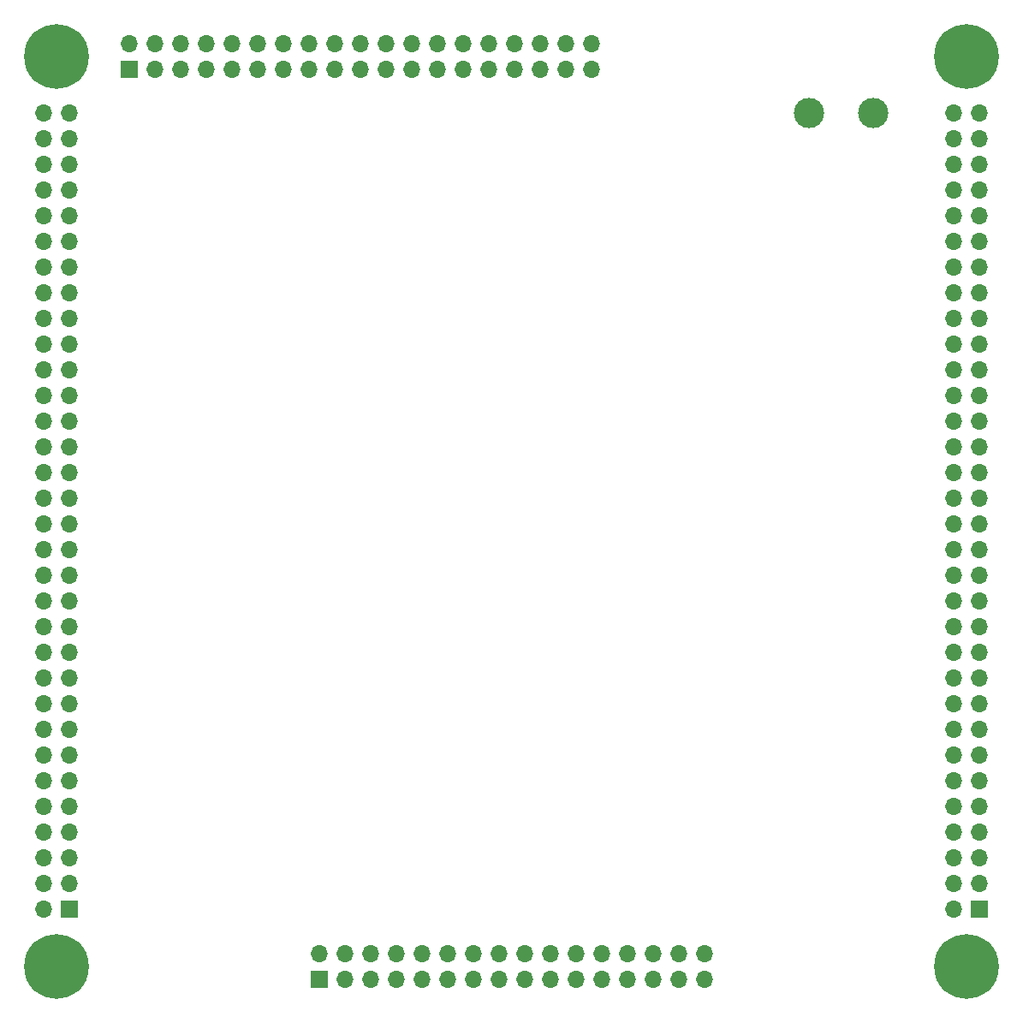
<source format=gbs>
%TF.GenerationSoftware,KiCad,Pcbnew,(6.99.0-961-gbc7742cb2e-dirty)*%
%TF.CreationDate,2022-02-17T15:33:52+00:00*%
%TF.ProjectId,68030_Breakout,36383033-305f-4427-9265-616b6f75742e,rev?*%
%TF.SameCoordinates,Original*%
%TF.FileFunction,Soldermask,Bot*%
%TF.FilePolarity,Negative*%
%FSLAX46Y46*%
G04 Gerber Fmt 4.6, Leading zero omitted, Abs format (unit mm)*
G04 Created by KiCad (PCBNEW (6.99.0-961-gbc7742cb2e-dirty)) date 2022-02-17 15:33:52*
%MOMM*%
%LPD*%
G01*
G04 APERTURE LIST*
%ADD10C,0.800000*%
%ADD11C,6.400000*%
%ADD12R,1.700000X1.700000*%
%ADD13O,1.700000X1.700000*%
%ADD14C,3.000000*%
G04 APERTURE END LIST*
D10*
%TO.C,H4*%
X192600000Y-145000000D03*
X193302944Y-143302944D03*
X193302944Y-146697056D03*
X195000000Y-142600000D03*
D11*
X195000000Y-145000000D03*
D10*
X195000000Y-147400000D03*
X196697056Y-143302944D03*
X196697056Y-146697056D03*
X197400000Y-145000000D03*
%TD*%
%TO.C,H2*%
X192600000Y-55000000D03*
X193302944Y-53302944D03*
X193302944Y-56697056D03*
X195000000Y-52600000D03*
D11*
X195000000Y-55000000D03*
D10*
X195000000Y-57400000D03*
X196697056Y-53302944D03*
X196697056Y-56697056D03*
X197400000Y-55000000D03*
%TD*%
D12*
%TO.C,J2*%
X196274999Y-139374999D03*
D13*
X193734999Y-139374999D03*
X196274999Y-136834999D03*
X193734999Y-136834999D03*
X196274999Y-134294999D03*
X193734999Y-134294999D03*
X196274999Y-131754999D03*
X193734999Y-131754999D03*
X196274999Y-129214999D03*
X193734999Y-129214999D03*
X196274999Y-126674999D03*
X193734999Y-126674999D03*
X196274999Y-124134999D03*
X193734999Y-124134999D03*
X196274999Y-121594999D03*
X193734999Y-121594999D03*
X196274999Y-119054999D03*
X193734999Y-119054999D03*
X196274999Y-116514999D03*
X193734999Y-116514999D03*
X196274999Y-113974999D03*
X193734999Y-113974999D03*
X196274999Y-111434999D03*
X193734999Y-111434999D03*
X196274999Y-108894999D03*
X193734999Y-108894999D03*
X196274999Y-106354999D03*
X193734999Y-106354999D03*
X196274999Y-103814999D03*
X193734999Y-103814999D03*
X196274999Y-101274999D03*
X193734999Y-101274999D03*
X196274999Y-98734999D03*
X193734999Y-98734999D03*
X196274999Y-96194999D03*
X193734999Y-96194999D03*
X196274999Y-93654999D03*
X193734999Y-93654999D03*
X196274999Y-91114999D03*
X193734999Y-91114999D03*
X196274999Y-88574999D03*
X193734999Y-88574999D03*
X196274999Y-86034999D03*
X193734999Y-86034999D03*
X196274999Y-83494999D03*
X193734999Y-83494999D03*
X196274999Y-80954999D03*
X193734999Y-80954999D03*
X196274999Y-78414999D03*
X193734999Y-78414999D03*
X196274999Y-75874999D03*
X193734999Y-75874999D03*
X196274999Y-73334999D03*
X193734999Y-73334999D03*
X196274999Y-70794999D03*
X193734999Y-70794999D03*
X196274999Y-68254999D03*
X193734999Y-68254999D03*
X196274999Y-65714999D03*
X193734999Y-65714999D03*
X196274999Y-63174999D03*
X193734999Y-63174999D03*
X196274999Y-60634999D03*
X193734999Y-60634999D03*
%TD*%
D14*
%TO.C,J1*%
X179420000Y-60605000D03*
X185770000Y-60605000D03*
%TD*%
D12*
%TO.C,J3*%
X106274999Y-139374999D03*
D13*
X103734999Y-139374999D03*
X106274999Y-136834999D03*
X103734999Y-136834999D03*
X106274999Y-134294999D03*
X103734999Y-134294999D03*
X106274999Y-131754999D03*
X103734999Y-131754999D03*
X106274999Y-129214999D03*
X103734999Y-129214999D03*
X106274999Y-126674999D03*
X103734999Y-126674999D03*
X106274999Y-124134999D03*
X103734999Y-124134999D03*
X106274999Y-121594999D03*
X103734999Y-121594999D03*
X106274999Y-119054999D03*
X103734999Y-119054999D03*
X106274999Y-116514999D03*
X103734999Y-116514999D03*
X106274999Y-113974999D03*
X103734999Y-113974999D03*
X106274999Y-111434999D03*
X103734999Y-111434999D03*
X106274999Y-108894999D03*
X103734999Y-108894999D03*
X106274999Y-106354999D03*
X103734999Y-106354999D03*
X106274999Y-103814999D03*
X103734999Y-103814999D03*
X106274999Y-101274999D03*
X103734999Y-101274999D03*
X106274999Y-98734999D03*
X103734999Y-98734999D03*
X106274999Y-96194999D03*
X103734999Y-96194999D03*
X106274999Y-93654999D03*
X103734999Y-93654999D03*
X106274999Y-91114999D03*
X103734999Y-91114999D03*
X106274999Y-88574999D03*
X103734999Y-88574999D03*
X106274999Y-86034999D03*
X103734999Y-86034999D03*
X106274999Y-83494999D03*
X103734999Y-83494999D03*
X106274999Y-80954999D03*
X103734999Y-80954999D03*
X106274999Y-78414999D03*
X103734999Y-78414999D03*
X106274999Y-75874999D03*
X103734999Y-75874999D03*
X106274999Y-73334999D03*
X103734999Y-73334999D03*
X106274999Y-70794999D03*
X103734999Y-70794999D03*
X106274999Y-68254999D03*
X103734999Y-68254999D03*
X106274999Y-65714999D03*
X103734999Y-65714999D03*
X106274999Y-63174999D03*
X103734999Y-63174999D03*
X106274999Y-60634999D03*
X103734999Y-60634999D03*
%TD*%
D12*
%TO.C,J4*%
X112149999Y-56274999D03*
D13*
X112149999Y-53734999D03*
X114689999Y-56274999D03*
X114689999Y-53734999D03*
X117229999Y-56274999D03*
X117229999Y-53734999D03*
X119769999Y-56274999D03*
X119769999Y-53734999D03*
X122309999Y-56274999D03*
X122309999Y-53734999D03*
X124849999Y-56274999D03*
X124849999Y-53734999D03*
X127389999Y-56274999D03*
X127389999Y-53734999D03*
X129929999Y-56274999D03*
X129929999Y-53734999D03*
X132469999Y-56274999D03*
X132469999Y-53734999D03*
X135009999Y-56274999D03*
X135009999Y-53734999D03*
X137549999Y-56274999D03*
X137549999Y-53734999D03*
X140089999Y-56274999D03*
X140089999Y-53734999D03*
X142629999Y-56274999D03*
X142629999Y-53734999D03*
X145169999Y-56274999D03*
X145169999Y-53734999D03*
X147709999Y-56274999D03*
X147709999Y-53734999D03*
X150249999Y-56274999D03*
X150249999Y-53734999D03*
X152789999Y-56274999D03*
X152789999Y-53734999D03*
X155329999Y-56274999D03*
X155329999Y-53734999D03*
X157869999Y-56274999D03*
X157869999Y-53734999D03*
%TD*%
D10*
%TO.C,H3*%
X102600000Y-145000000D03*
X103302944Y-143302944D03*
X103302944Y-146697056D03*
X105000000Y-142600000D03*
D11*
X105000000Y-145000000D03*
D10*
X105000000Y-147400000D03*
X106697056Y-143302944D03*
X106697056Y-146697056D03*
X107400000Y-145000000D03*
%TD*%
%TO.C,H1*%
X102600000Y-55000000D03*
X103302944Y-53302944D03*
X103302944Y-56697056D03*
X105000000Y-52600000D03*
D11*
X105000000Y-55000000D03*
D10*
X105000000Y-57400000D03*
X106697056Y-53302944D03*
X106697056Y-56697056D03*
X107400000Y-55000000D03*
%TD*%
D12*
%TO.C,J5*%
X130949999Y-146274999D03*
D13*
X130949999Y-143734999D03*
X133489999Y-146274999D03*
X133489999Y-143734999D03*
X136029999Y-146274999D03*
X136029999Y-143734999D03*
X138569999Y-146274999D03*
X138569999Y-143734999D03*
X141109999Y-146274999D03*
X141109999Y-143734999D03*
X143649999Y-146274999D03*
X143649999Y-143734999D03*
X146189999Y-146274999D03*
X146189999Y-143734999D03*
X148729999Y-146274999D03*
X148729999Y-143734999D03*
X151269999Y-146274999D03*
X151269999Y-143734999D03*
X153809999Y-146274999D03*
X153809999Y-143734999D03*
X156349999Y-146274999D03*
X156349999Y-143734999D03*
X158889999Y-146274999D03*
X158889999Y-143734999D03*
X161429999Y-146274999D03*
X161429999Y-143734999D03*
X163969999Y-146274999D03*
X163969999Y-143734999D03*
X166509999Y-146274999D03*
X166509999Y-143734999D03*
X169049999Y-146274999D03*
X169049999Y-143734999D03*
%TD*%
M02*

</source>
